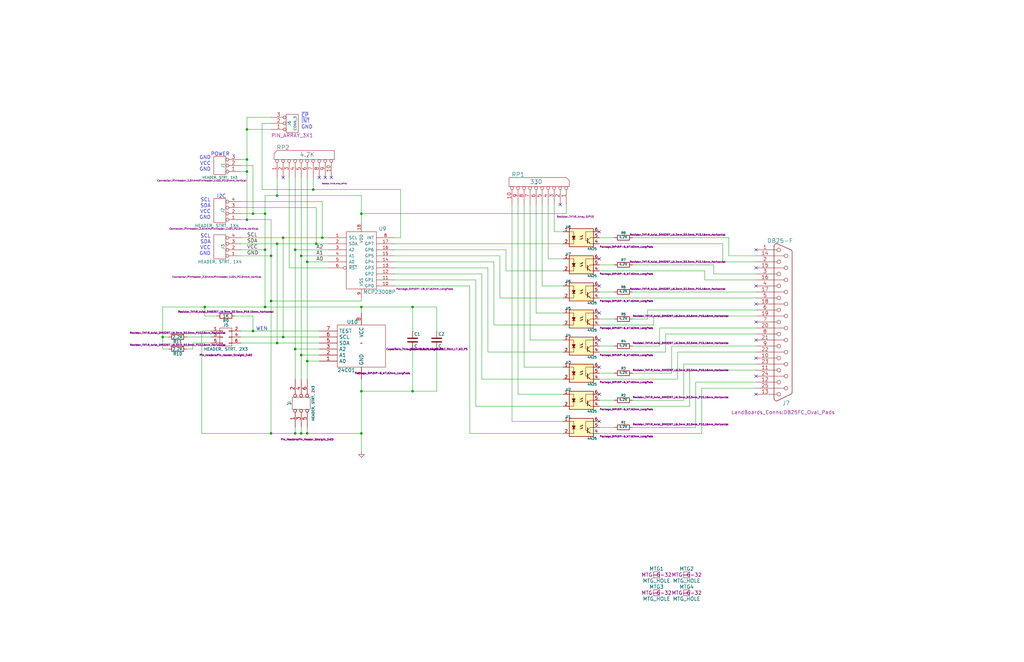
<source format=kicad_sch>
(kicad_sch (version 20211123) (generator eeschema)
  (paper "B")
  (title_block (title "8-CHANNEL OPTO-ISOLATED OUTPUT CARD") (date "2022-09-29") (rev "4") (company "land-boards.com"))
  (lib_symbols
    (symbol "OptoOut8-I2C-rescue:24C01" (pin_names (offset 0.762))
      (property "Reference" "U" (at 3.81 8.89 0))
      (property "Value" "24C01" (at 6.35 -11.43 0))
      (symbol "24C01_0_0"
        (pin power_in line (at 0 -15.24 90) (length 5.08) (name "GND") (number "4"))
        (pin power_in line (at 0 12.7 270) (length 5.08) (name "VCC") (number "8"))
      )
      (symbol "24C01_1_1"
        (rectangle (start -10.16 -10.16) (end 10.16 7.62))
        (pin input line (at 17.78 -7.62 180) (length 7.62) (name "A0") (number "1"))
        (pin input line (at 17.78 -5.08 180) (length 7.62) (name "A1") (number "2"))
        (pin input line (at 17.78 -2.54 180) (length 7.62) (name "A2") (number "3"))
        (pin bidirectional line (at 17.78 0 180) (length 7.62) (name "SDA") (number "5"))
        (pin input line (at 17.78 2.54 180) (length 7.62) (name "SCL") (number "6"))
        (pin input line (at 17.78 5.08 180) (length 7.62) (name "TEST") (number "7"))
      )
    )
    (symbol "OptoOut8-I2C-rescue:4N26" (pin_names (offset 1.016))
      (property "Reference" "U" (at -5.08 5.08 0))
      (property "Value" "4N26" (at 0 5.08 0))
      (property "Footprint" "DIP-6" (at -5.08 -5.08 0))
      (symbol "4N26_0_1"
        (rectangle (start -5.08 3.81) (end 5.08 -3.81) (stroke (width 0.254)) (fill (type background)))
        (polyline (pts (xy -3.81 -0.635) (xy -2.54 -0.635)) (stroke (width 0.254)))
        (polyline (pts (xy 2.667 -1.397) (xy 3.81 -2.54)))
        (polyline (pts (xy 2.667 -1.143) (xy 3.81 0)))
        (polyline (pts (xy 3.81 -2.54) (xy 5.08 -2.54)))
        (polyline (pts (xy 3.81 0) (xy 5.08 0)))
        (polyline (pts (xy 2.667 -0.254) (xy 2.667 -2.286) (xy 2.667 -2.286)) (stroke (width 0.3556)))
        (polyline (pts (xy -5.08 -2.54) (xy -3.175 -2.54) (xy -3.175 2.54) (xy -5.08 2.54)))
        (polyline (pts (xy -3.175 -0.635) (xy -3.81 0.635) (xy -2.54 0.635) (xy -3.175 -0.635)) (stroke (width 0.254)) (fill (type outline)))
        (polyline (pts (xy -0.635 0.254) (xy -0.1016 0.762) (xy -0.1016 0.254) (xy 0.6604 1.016)))
        (polyline (pts (xy 0.6604 1.016) (xy 0.1524 0.762) (xy 0.4064 0.508) (xy 0.6604 1.016)))
        (polyline (pts (xy 3.683 -2.413) (xy 3.429 -1.905) (xy 3.175 -2.159) (xy 3.683 -2.413)))
        (polyline (pts (xy 5.08 2.54) (xy 1.905 2.54) (xy 1.905 -1.27) (xy 2.54 -1.27)))
        (polyline (pts (xy -0.635 -0.762) (xy -0.1016 -0.254) (xy -0.1016 -0.762) (xy 0.6604 0) (xy 0.1524 -0.254) (xy 0.4064 -0.508) (xy 0.6604 0)))
      )
      (symbol "4N26_1_1"
        (pin passive line (at -7.62 2.54 0) (length 2.54) (name "~") (number "1"))
        (pin passive line (at -7.62 -2.54 0) (length 2.54) (name "~") (number "2"))
        (pin passive line (at 7.62 -2.54 180) (length 2.54) (name "~") (number "4"))
        (pin passive line (at 7.62 0 180) (length 2.54) (name "~") (number "5"))
        (pin passive line (at 7.62 2.54 180) (length 2.54) (name "~") (number "6"))
      )
    )
    (symbol "OptoOut8-I2C-rescue:C" (pin_numbers hide) (pin_names (offset 0.254))
      (property "Reference" "C" (at 0.635 2.54 0))
      (property "Value" "C" (at 0.635 -2.54 0))
      (symbol "C_0_1"
        (polyline (pts (xy -2.032 -0.762) (xy 2.032 -0.762)) (stroke (width 0.508)))
        (polyline (pts (xy -2.032 0.762) (xy 2.032 0.762)) (stroke (width 0.508)))
      )
      (symbol "C_1_1"
        (pin passive line (at 0 3.81 270) (length 2.794) (name "~") (number "1"))
        (pin passive line (at 0 -3.81 90) (length 2.794) (name "~") (number "2"))
      )
    )
    (symbol "OptoOut8-I2C-rescue:CONN_02X03" (pin_names (offset 0.0254) hide)
      (property "Reference" "P" (at 0 5.08 0))
      (property "Value" "CONN_02X03" (at 0 -5.08 0))
      (symbol "CONN_02X03_0_1"
        (rectangle (start -2.54 -2.413) (end -1.27 -2.667))
        (rectangle (start -2.54 0.127) (end -1.27 -0.127))
        (rectangle (start -2.54 2.667) (end -1.27 2.413))
        (rectangle (start -2.54 3.81) (end 2.54 -3.81))
        (rectangle (start 1.27 -2.413) (end 2.54 -2.667))
        (rectangle (start 1.27 0.127) (end 2.54 -0.127))
        (rectangle (start 1.27 2.667) (end 2.54 2.413))
      )
      (symbol "CONN_02X03_1_1"
        (pin passive line (at -6.35 2.54 0) (length 3.81) (name "P1") (number "1"))
        (pin passive line (at 6.35 2.54 180) (length 3.81) (name "P2") (number "2"))
        (pin passive line (at -6.35 0 0) (length 3.81) (name "P3") (number "3"))
        (pin passive line (at 6.35 0 180) (length 3.81) (name "P4") (number "4"))
        (pin passive line (at -6.35 -2.54 0) (length 3.81) (name "P5") (number "5"))
        (pin passive line (at 6.35 -2.54 180) (length 3.81) (name "P6") (number "6"))
      )
    )
    (symbol "OptoOut8-I2C-rescue:CONN_3" (pin_names (offset 1.016) hide)
      (property "Reference" "K" (at -1.27 0 90))
      (property "Value" "CONN_3" (at 1.27 0 90))
      (symbol "CONN_3_0_1"
        (rectangle (start -2.54 3.81) (end 2.54 -3.81))
      )
      (symbol "CONN_3_1_1"
        (pin passive inverted (at -8.89 2.54 0) (length 6.35) (name "P1") (number "1"))
        (pin passive inverted (at -8.89 0 0) (length 6.35) (name "PM") (number "2"))
        (pin passive inverted (at -8.89 -2.54 0) (length 6.35) (name "P3") (number "3"))
      )
    )
    (symbol "OptoOut8-I2C-rescue:CONN_3X2" (pin_names (offset 1.016) hide)
      (property "Reference" "P" (at 0 6.35 0))
      (property "Value" "CONN_3X2" (at 0 1.27 90))
      (symbol "CONN_3X2_0_1"
        (rectangle (start -2.54 5.08) (end 2.54 -2.54))
      )
      (symbol "CONN_3X2_1_1"
        (pin passive inverted (at -10.16 3.81 0) (length 7.62) (name "1") (number "1"))
        (pin passive inverted (at 10.16 3.81 180) (length 7.62) (name "2") (number "2"))
        (pin passive inverted (at -10.16 1.27 0) (length 7.62) (name "3") (number "3"))
        (pin passive inverted (at 10.16 1.27 180) (length 7.62) (name "4") (number "4"))
        (pin passive inverted (at -10.16 -1.27 0) (length 7.62) (name "5") (number "5"))
        (pin passive inverted (at 10.16 -1.27 180) (length 7.62) (name "6") (number "6"))
      )
    )
    (symbol "OptoOut8-I2C-rescue:CONN_4" (pin_names (offset 1.016) hide)
      (property "Reference" "P" (at -1.27 0 90))
      (property "Value" "CONN_4" (at 1.27 0 90))
      (symbol "CONN_4_0_1"
        (rectangle (start -2.54 5.08) (end 2.54 -5.08))
      )
      (symbol "CONN_4_1_1"
        (pin passive inverted (at -8.89 3.81 0) (length 6.35) (name "P1") (number "1"))
        (pin passive inverted (at -8.89 1.27 0) (length 6.35) (name "P2") (number "2"))
        (pin passive inverted (at -8.89 -1.27 0) (length 6.35) (name "P3") (number "3"))
        (pin passive inverted (at -8.89 -3.81 0) (length 6.35) (name "P4") (number "4"))
      )
    )
    (symbol "OptoOut8-I2C-rescue:DB25" (pin_names (offset 1.016) hide)
      (property "Reference" "J" (at 1.27 34.29 0))
      (property "Value" "DB25" (at -1.27 -34.29 0))
      (symbol "DB25_0_1"
        (arc (start -3.81 -32.004) (mid -3.4129 -32.8094) (end -2.54 -33.02) (stroke (width 0.2032)))
        (arc (start -2.54 33.274) (mid -3.4191 33.0711) (end -3.81 32.258) (stroke (width 0.2032)))
        (circle (center -1.778 -30.48) (radius 0.762))
        (circle (center -1.778 -25.4) (radius 0.762))
        (circle (center -1.778 -20.32) (radius 0.762))
        (circle (center -1.778 -15.24) (radius 0.762))
        (circle (center -1.778 -10.16) (radius 0.762))
        (circle (center -1.778 -5.08) (radius 0.762))
        (circle (center -1.778 0) (radius 0.762))
        (circle (center -1.778 5.08) (radius 0.762))
        (circle (center -1.778 10.16) (radius 0.762))
        (circle (center -1.778 15.24) (radius 0.762))
        (circle (center -1.778 20.32) (radius 0.762))
        (circle (center -1.778 25.4) (radius 0.762))
        (circle (center -1.778 30.48) (radius 0.762))
        (polyline (pts (xy -3.81 -32.004) (xy -3.81 32.258)) (stroke (width 0.2032)))
        (polyline (pts (xy -3.81 -30.48) (xy -2.54 -30.48)))
        (polyline (pts (xy -3.81 -27.94) (xy 0.508 -27.94)))
        (polyline (pts (xy -3.81 -25.4) (xy -2.54 -25.4)))
        (polyline (pts (xy -3.81 -22.86) (xy 0.508 -22.86)))
        (polyline (pts (xy -3.81 -20.32) (xy -2.54 -20.32)))
        (polyline (pts (xy -3.81 -17.78) (xy 0.508 -17.78)))
        (polyline (pts (xy -3.81 -15.24) (xy -2.54 -15.24)))
        (polyline (pts (xy -3.81 -12.7) (xy 0.508 -12.7)))
        (polyline (pts (xy -3.81 -10.16) (xy -2.54 -10.16)))
        (polyline (pts (xy -3.81 -7.62) (xy 0.508 -7.62)))
        (polyline (pts (xy -3.81 -5.08) (xy -2.54 -5.08)))
        (polyline (pts (xy -3.81 -2.54) (xy 0.508 -2.54)))
        (polyline (pts (xy -3.81 0) (xy -2.54 0)))
        (polyline (pts (xy -3.81 2.54) (xy 0.508 2.54)))
        (polyline (pts (xy -3.81 5.08) (xy -2.54 5.08)))
        (polyline (pts (xy -3.81 7.62) (xy 0.508 7.62)))
        (polyline (pts (xy -3.81 10.16) (xy -2.54 10.16)))
        (polyline (pts (xy -3.81 12.7) (xy 0.508 12.7)))
        (polyline (pts (xy -3.81 15.24) (xy -2.54 15.24)))
        (polyline (pts (xy -3.81 17.78) (xy 0.508 17.78)))
        (polyline (pts (xy -3.81 20.32) (xy -2.54 20.32)))
        (polyline (pts (xy -3.81 22.86) (xy 0.508 22.86)))
        (polyline (pts (xy -3.81 25.4) (xy -2.54 25.4)))
        (polyline (pts (xy -3.81 27.94) (xy 0.508 27.94)))
        (polyline (pts (xy -3.81 30.48) (xy -2.54 30.48)))
        (polyline (pts (xy -2.54 -33.02) (xy 3.302 -30.48)) (stroke (width 0.2032)))
        (polyline (pts (xy 3.302 30.48) (xy -2.54 33.274)) (stroke (width 0.2032)))
        (polyline (pts (xy 3.81 -29.718) (xy 3.81 29.718)) (stroke (width 0.2032)))
        (circle (center 1.27 -27.94) (radius 0.762))
        (circle (center 1.27 -22.86) (radius 0.762))
        (circle (center 1.27 -17.78) (radius 0.762))
        (circle (center 1.27 -12.7) (radius 0.762))
        (circle (center 1.27 -7.62) (radius 0.762))
        (circle (center 1.27 -2.54) (radius 0.762))
        (circle (center 1.27 2.54) (radius 0.762))
        (circle (center 1.27 7.62) (radius 0.762))
        (circle (center 1.27 12.7) (radius 0.762))
        (circle (center 1.27 17.78) (radius 0.762))
        (circle (center 1.27 22.86) (radius 0.762))
        (circle (center 1.27 27.94) (radius 0.762))
        (arc (start 3.302 -30.48) (mid 3.6653 -30.1718) (end 3.81 -29.718) (stroke (width 0.2032)))
        (arc (start 3.7846 29.718) (mid 3.6544 30.1591) (end 3.302 30.4546) (stroke (width 0.2032)))
      )
      (symbol "DB25_1_1"
        (pin passive line (at -11.43 -30.48 0) (length 7.62) (name "1") (number "1"))
        (pin passive line (at -11.43 15.24 0) (length 7.62) (name "10") (number "10"))
        (pin passive line (at -11.43 20.32 0) (length 7.62) (name "11") (number "11"))
        (pin passive line (at -11.43 25.4 0) (length 7.62) (name "12") (number "12"))
        (pin passive line (at -11.43 30.48 0) (length 7.62) (name "13") (number "13"))
        (pin passive line (at -11.43 -27.94 0) (length 7.62) (name "P14") (number "14"))
        (pin passive line (at -11.43 -22.86 0) (length 7.62) (name "P15") (number "15"))
        (pin passive line (at -11.43 -17.78 0) (length 7.62) (name "P16") (number "16"))
        (pin passive line (at -11.43 -12.7 0) (length 7.62) (name "P17") (number "17"))
        (pin passive line (at -11.43 -7.62 0) (length 7.62) (name "P18") (number "18"))
        (pin passive line (at -11.43 -2.54 0) (length 7.62) (name "P19") (number "19"))
        (pin passive line (at -11.43 -25.4 0) (length 7.62) (name "2") (number "2"))
        (pin passive line (at -11.43 2.54 0) (length 7.62) (name "P20") (number "20"))
        (pin passive line (at -11.43 7.62 0) (length 7.62) (name "P21") (number "21"))
        (pin passive line (at -11.43 12.7 0) (length 7.62) (name "P22") (number "22"))
        (pin passive line (at -11.43 17.78 0) (length 7.62) (name "P23") (number "23"))
        (pin passive line (at -11.43 22.86 0) (length 7.62) (name "P24") (number "24"))
        (pin passive line (at -11.43 27.94 0) (length 7.62) (name "P25") (number "25"))
        (pin passive line (at -11.43 -20.32 0) (length 7.62) (name "3") (number "3"))
        (pin passive line (at -11.43 -15.24 0) (length 7.62) (name "4") (number "4"))
        (pin passive line (at -11.43 -10.16 0) (length 7.62) (name "5") (number "5"))
        (pin passive line (at -11.43 -5.08 0) (length 7.62) (name "6") (number "6"))
        (pin passive line (at -11.43 0 0) (length 7.62) (name "7") (number "7"))
        (pin passive line (at -11.43 5.08 0) (length 7.62) (name "8") (number "8"))
        (pin passive line (at -11.43 10.16 0) (length 7.62) (name "9") (number "9"))
      )
    )
    (symbol "OptoOut8-I2C-rescue:GND" (power) (pin_names (offset 0))
      (property "Value" "GND" (at 0 -3.81 0))
      (symbol "GND_0_1"
        (polyline (pts (xy 0 0) (xy 0 -1.27) (xy 1.27 -1.27) (xy 0 -2.54) (xy -1.27 -1.27) (xy 0 -1.27)))
      )
      (symbol "GND_1_1"
        (pin power_in line (at 0 0 270) (length 0) hide (name "GND") (number "1"))
      )
    )
    (symbol "OptoOut8-I2C-rescue:MCP23008P" (pin_names (offset 1.016))
      (property "Reference" "U" (at 7.62 25.4 0))
      (property "Value" "MCP23008P" (at 11.43 -1.27 0))
      (symbol "MCP23008P_0_1"
        (rectangle (start -7.62 0) (end 5.08 24.13))
      )
      (symbol "MCP23008P_1_1"
        (pin input line (at -15.24 21.59 0) (length 7.62) (name "SCL") (number "1"))
        (pin output line (at 12.7 1.27 180) (length 7.62) (name "GP0") (number "10"))
        (pin output line (at 12.7 3.81 180) (length 7.62) (name "GP1") (number "11"))
        (pin output line (at 12.7 6.35 180) (length 7.62) (name "GP2") (number "12"))
        (pin output line (at 12.7 8.89 180) (length 7.62) (name "GP3") (number "13"))
        (pin output line (at 12.7 11.43 180) (length 7.62) (name "GP4") (number "14"))
        (pin output line (at 12.7 13.97 180) (length 7.62) (name "GP5") (number "15"))
        (pin output line (at 12.7 16.51 180) (length 7.62) (name "GP6") (number "16"))
        (pin bidirectional line (at 12.7 19.05 180) (length 7.62) (name "GP7") (number "17"))
        (pin power_in line (at -1.27 27.94 270) (length 3.81) (name "VDD") (number "18"))
        (pin input line (at -15.24 19.05 0) (length 7.62) (name "SDA") (number "2"))
        (pin input line (at -15.24 16.51 0) (length 7.62) (name "A2") (number "3"))
        (pin input line (at -15.24 13.97 0) (length 7.62) (name "A1") (number "4"))
        (pin input line (at -15.24 11.43 0) (length 7.62) (name "A0") (number "5"))
        (pin input inverted (at -15.24 8.89 0) (length 7.62) (name "~{RST}") (number "6"))
        (pin output line (at 12.7 21.59 180) (length 7.62) (name "INT") (number "8"))
        (pin power_in line (at -1.27 -3.81 90) (length 3.81) (name "VSS") (number "9"))
      )
    )
    (symbol "OptoOut8-I2C-rescue:MTG_HOLE" (pin_names (offset 1.016))
      (property "Reference" "MTG?" (at 0 2.54 0))
      (property "Value" "MTG_HOLE" (at 0 -2.54 0))
      (symbol "MTG_HOLE_0_1"
        (rectangle (start -1.27 -1.27) (end 1.27 -1.27))
        (rectangle (start -1.27 1.27) (end -1.27 -1.27))
        (rectangle (start 1.27 1.27) (end -1.27 1.27))
        (rectangle (start 1.27 1.27) (end 1.27 -1.27))
      )
    )
    (symbol "OptoOut8-I2C-rescue:R" (pin_numbers hide) (pin_names (offset 0))
      (property "Reference" "R" (at 2.032 0 90))
      (property "Value" "R" (at 0 0 90))
      (symbol "R_0_1"
        (rectangle (start -1.016 -2.54) (end 1.016 2.54) (stroke (width 0.254)))
      )
      (symbol "R_1_1"
        (pin passive line (at 0 3.81 270) (length 1.27) (name "~") (number "1"))
        (pin passive line (at 0 -3.81 90) (length 1.27) (name "~") (number "2"))
      )
    )
    (symbol "OptoOut8-I2C-rescue:RR9" (pin_names (offset 1.016) hide)
      (property "Reference" "RR" (at 1.27 15.24 0))
      (property "Value" "RR9" (at 0.762 0 90))
      (symbol "RR9_0_1"
        (polyline (pts (xy -1.27 -11.43) (xy -1.27 13.97) (xy 1.27 13.97) (xy 2.54 12.7) (xy 2.54 -11.43) (xy -1.27 -11.43)))
      )
      (symbol "RR9_1_1"
        (pin passive inverted (at -8.89 12.7 0) (length 7.62) (name "COM") (number "1"))
        (pin passive inverted (at -8.89 -10.16 0) (length 7.62) (name "10") (number "10"))
        (pin passive inverted (at -8.89 10.16 0) (length 7.62) (name "2") (number "2"))
        (pin passive inverted (at -8.89 7.62 0) (length 7.62) (name "3") (number "3"))
        (pin passive inverted (at -8.89 5.08 0) (length 7.62) (name "4") (number "4"))
        (pin passive inverted (at -8.89 2.54 0) (length 7.62) (name "5") (number "5"))
        (pin passive inverted (at -8.89 0 0) (length 7.62) (name "6") (number "6"))
        (pin passive inverted (at -8.89 -2.54 0) (length 7.62) (name "7") (number "7"))
        (pin passive inverted (at -8.89 -5.08 0) (length 7.62) (name "8") (number "8"))
        (pin passive inverted (at -8.89 -7.62 0) (length 7.62) (name "9") (number "9"))
      )
    )
  )
  (junction (at 111.76 105.41))
  (junction (at 114.3 107.95))
  (junction (at 127 107.95))
  (junction (at 114.3 127))
  (junction (at 104.14 54.61))
  (junction (at 129.54 110.49))
  (junction (at 152.4 182.88))
  (junction (at 124.46 182.88))
  (junction (at 106.68 90.17))
  (junction (at 104.14 72.39))
  (junction (at 173.99 165.1))
  (junction (at 119.38 100.33))
  (junction (at 129.54 152.4))
  (junction (at 135.89 100.33))
  (junction (at 133.35 102.87))
  (junction (at 152.4 129.54))
  (junction (at 104.14 92.71))
  (junction (at 152.4 90.17))
  (junction (at 173.99 129.54))
  (junction (at 106.68 139.7))
  (junction (at 116.84 144.78))
  (junction (at 86.36 129.54))
  (junction (at 124.46 105.41))
  (junction (at 111.76 90.17))
  (junction (at 116.84 102.87))
  (junction (at 119.38 142.24))
  (junction (at 127 149.86))
  (junction (at 116.84 82.55))
  (junction (at 152.4 165.1))
  (junction (at 127 182.88))
  (junction (at 68.58 142.24))
  (junction (at 104.14 67.31))
  (junction (at 129.54 182.88))
  (junction (at 124.46 147.32))
  (junction (at 132.08 80.01))
  (junction (at 114.3 182.88))
  (junction (at 111.76 129.54))
  (no_connect (at 252.73 97.79))
  (no_connect (at 139.7 74.93))
  (no_connect (at 318.77 120.65))
  (no_connect (at 318.77 128.27))
  (no_connect (at 252.73 120.65))
  (no_connect (at 318.77 113.03))
  (no_connect (at 318.77 135.89))
  (no_connect (at 252.73 154.94))
  (no_connect (at 252.73 177.8))
  (no_connect (at 236.22 86.36))
  (no_connect (at 318.77 166.37))
  (no_connect (at 252.73 109.22))
  (no_connect (at 137.16 74.93))
  (no_connect (at 318.77 143.51))
  (no_connect (at 318.77 151.13))
  (no_connect (at 134.62 74.93))
  (no_connect (at 252.73 132.08))
  (no_connect (at 318.77 158.75))
  (no_connect (at 252.73 166.37))
  (no_connect (at 119.38 74.93))
  (no_connect (at 252.73 143.51))
  (no_connect (at 318.77 105.41))
  (wire (pts (xy 68.58 129.54) (xy 86.36 129.54)))
  (wire (pts (xy 166.37 118.11) (xy 200.66 118.11)))
  (wire (pts (xy 132.08 80.01) (xy 110.49 80.01)))
  (wire (pts (xy 111.76 82.55) (xy 116.84 82.55)))
  (wire (pts (xy 304.8 110.49) (xy 304.8 102.87)))
  (wire (pts (xy 300.99 111.76) (xy 266.7 111.76)))
  (wire (pts (xy 198.12 182.88) (xy 237.49 182.88)))
  (wire (pts (xy 210.82 107.95) (xy 210.82 125.73)))
  (wire (pts (xy 223.52 86.36) (xy 223.52 143.51)))
  (wire (pts (xy 198.12 120.65) (xy 198.12 182.88)))
  (wire (pts (xy 259.08 168.91) (xy 252.73 168.91)))
  (wire (pts (xy 215.9 177.8) (xy 237.49 177.8)))
  (wire (pts (xy 318.77 107.95) (xy 307.34 107.95)))
  (wire (pts (xy 283.21 157.48) (xy 283.21 146.05)))
  (wire (pts (xy 81.28 144.78) (xy 81.28 147.32)))
  (wire (pts (xy 127 107.95) (xy 138.43 107.95)))
  (wire (pts (xy 85.09 139.7) (xy 85.09 182.88)))
  (wire (pts (xy 226.06 132.08) (xy 237.49 132.08)))
  (wire (pts (xy 215.9 86.36) (xy 215.9 177.8)))
  (wire (pts (xy 266.7 123.19) (xy 318.77 123.19)))
  (wire (pts (xy 106.68 139.7) (xy 101.6 139.7)))
  (wire (pts (xy 208.28 137.16) (xy 237.49 137.16)))
  (wire (pts (xy 91.44 133.35) (xy 86.36 133.35)))
  (wire (pts (xy 290.83 171.45) (xy 290.83 156.21)))
  (wire (pts (xy 101.6 142.24) (xy 119.38 142.24)))
  (wire (pts (xy 152.4 82.55) (xy 152.4 90.17)))
  (wire (pts (xy 101.6 90.17) (xy 106.68 90.17)))
  (wire (pts (xy 101.6 102.87) (xy 116.84 102.87)))
  (wire (pts (xy 293.37 161.29) (xy 318.77 161.29)))
  (wire (pts (xy 114.3 182.88) (xy 124.46 182.88)))
  (wire (pts (xy 307.34 107.95) (xy 307.34 100.33)))
  (wire (pts (xy 129.54 74.93) (xy 129.54 110.49)))
  (wire (pts (xy 166.37 105.41) (xy 213.36 105.41)))
  (wire (pts (xy 297.18 118.11) (xy 297.18 114.3)))
  (wire (pts (xy 124.46 105.41) (xy 124.46 147.32)))
  (wire (pts (xy 252.73 148.59) (xy 280.67 148.59)))
  (wire (pts (xy 116.84 144.78) (xy 134.62 144.78)))
  (wire (pts (xy 168.91 100.33) (xy 166.37 100.33)))
  (wire (pts (xy 266.7 134.62) (xy 273.05 134.62)))
  (wire (pts (xy 104.14 54.61) (xy 104.14 67.31)))
  (wire (pts (xy 295.91 182.88) (xy 252.73 182.88)))
  (wire (pts (xy 152.4 125.73) (xy 152.4 127)))
  (wire (pts (xy 110.49 80.01) (xy 110.49 52.07)))
  (wire (pts (xy 166.37 120.65) (xy 198.12 120.65)))
  (wire (pts (xy 252.73 134.62) (xy 259.08 134.62)))
  (wire (pts (xy 127 74.93) (xy 127 107.95)))
  (wire (pts (xy 318.77 110.49) (xy 304.8 110.49)))
  (wire (pts (xy 134.62 149.86) (xy 127 149.86)))
  (wire (pts (xy 134.62 147.32) (xy 124.46 147.32)))
  (wire (pts (xy 127 182.88) (xy 129.54 182.88)))
  (wire (pts (xy 166.37 110.49) (xy 208.28 110.49)))
  (wire (pts (xy 184.15 129.54) (xy 184.15 139.7)))
  (wire (pts (xy 78.74 142.24) (xy 88.9 142.24)))
  (wire (pts (xy 119.38 100.33) (xy 135.89 100.33)))
  (wire (pts (xy 124.46 74.93) (xy 124.46 105.41)))
  (wire (pts (xy 152.4 129.54) (xy 173.99 129.54)))
  (wire (pts (xy 88.9 139.7) (xy 85.09 139.7)))
  (wire (pts (xy 152.4 90.17) (xy 152.4 93.98)))
  (wire (pts (xy 68.58 142.24) (xy 68.58 147.32)))
  (wire (pts (xy 129.54 110.49) (xy 129.54 152.4)))
  (wire (pts (xy 278.13 138.43) (xy 318.77 138.43)))
  (wire (pts (xy 111.76 105.41) (xy 101.6 105.41)))
  (wire (pts (xy 226.06 86.36) (xy 226.06 132.08)))
  (wire (pts (xy 116.84 102.87) (xy 116.84 144.78)))
  (wire (pts (xy 252.73 111.76) (xy 259.08 111.76)))
  (wire (pts (xy 127 149.86) (xy 127 160.02)))
  (wire (pts (xy 252.73 125.73) (xy 318.77 125.73)))
  (wire (pts (xy 275.59 133.35) (xy 275.59 137.16)))
  (wire (pts (xy 111.76 129.54) (xy 152.4 129.54)))
  (wire (pts (xy 252.73 100.33) (xy 259.08 100.33)))
  (wire (pts (xy 266.7 146.05) (xy 278.13 146.05)))
  (wire (pts (xy 210.82 125.73) (xy 237.49 125.73)))
  (wire (pts (xy 68.58 147.32) (xy 71.12 147.32)))
  (wire (pts (xy 231.14 86.36) (xy 231.14 109.22)))
  (wire (pts (xy 114.3 107.95) (xy 114.3 127)))
  (wire (pts (xy 295.91 163.83) (xy 295.91 182.88)))
  (wire (pts (xy 166.37 113.03) (xy 205.74 113.03)))
  (wire (pts (xy 101.6 85.09) (xy 135.89 85.09)))
  (wire (pts (xy 184.15 165.1) (xy 184.15 147.32)))
  (wire (pts (xy 152.4 127) (xy 114.3 127)))
  (wire (pts (xy 114.3 92.71) (xy 114.3 107.95)))
  (wire (pts (xy 173.99 129.54) (xy 184.15 129.54)))
  (wire (pts (xy 116.84 82.55) (xy 152.4 82.55)))
  (wire (pts (xy 106.68 133.35) (xy 106.68 139.7)))
  (wire (pts (xy 205.74 148.59) (xy 237.49 148.59)))
  (wire (pts (xy 252.73 171.45) (xy 290.83 171.45)))
  (wire (pts (xy 135.89 85.09) (xy 135.89 100.33)))
  (wire (pts (xy 86.36 133.35) (xy 86.36 129.54)))
  (wire (pts (xy 218.44 86.36) (xy 218.44 166.37)))
  (wire (pts (xy 86.36 129.54) (xy 111.76 129.54)))
  (wire (pts (xy 290.83 156.21) (xy 318.77 156.21)))
  (wire (pts (xy 275.59 137.16) (xy 252.73 137.16)))
  (wire (pts (xy 252.73 157.48) (xy 259.08 157.48)))
  (wire (pts (xy 273.05 130.81) (xy 318.77 130.81)))
  (wire (pts (xy 283.21 146.05) (xy 318.77 146.05)))
  (wire (pts (xy 127 107.95) (xy 127 149.86)))
  (wire (pts (xy 285.75 160.02) (xy 285.75 148.59)))
  (wire (pts (xy 307.34 100.33) (xy 266.7 100.33)))
  (wire (pts (xy 318.77 118.11) (xy 297.18 118.11)))
  (wire (pts (xy 168.91 80.01) (xy 168.91 100.33)))
  (wire (pts (xy 114.3 127) (xy 114.3 182.88)))
  (wire (pts (xy 104.14 49.53) (xy 104.14 54.61)))
  (wire (pts (xy 116.84 74.93) (xy 116.84 82.55)))
  (wire (pts (xy 129.54 110.49) (xy 138.43 110.49)))
  (wire (pts (xy 213.36 105.41) (xy 213.36 114.3)))
  (wire (pts (xy 318.77 163.83) (xy 295.91 163.83)))
  (wire (pts (xy 173.99 139.7) (xy 173.99 129.54)))
  (wire (pts (xy 134.62 152.4) (xy 129.54 152.4)))
  (wire (pts (xy 293.37 180.34) (xy 293.37 161.29)))
  (wire (pts (xy 233.68 86.36) (xy 233.68 97.79)))
  (wire (pts (xy 68.58 129.54) (xy 68.58 142.24)))
  (wire (pts (xy 318.77 133.35) (xy 275.59 133.35)))
  (wire (pts (xy 304.8 102.87) (xy 252.73 102.87)))
  (wire (pts (xy 223.52 143.51) (xy 237.49 143.51)))
  (wire (pts (xy 280.67 140.97) (xy 318.77 140.97)))
  (wire (pts (xy 300.99 115.57) (xy 300.99 111.76)))
  (wire (pts (xy 129.54 152.4) (xy 129.54 160.02)))
  (wire (pts (xy 228.6 120.65) (xy 237.49 120.65)))
  (wire (pts (xy 101.6 100.33) (xy 119.38 100.33)))
  (wire (pts (xy 135.89 100.33) (xy 138.43 100.33)))
  (wire (pts (xy 288.29 168.91) (xy 288.29 153.67)))
  (wire (pts (xy 101.6 92.71) (xy 104.14 92.71)))
  (wire (pts (xy 101.6 69.85) (xy 106.68 69.85)))
  (wire (pts (xy 252.73 146.05) (xy 259.08 146.05)))
  (wire (pts (xy 288.29 153.67) (xy 318.77 153.67)))
  (wire (pts (xy 114.3 49.53) (xy 104.14 49.53)))
  (wire (pts (xy 205.74 113.03) (xy 205.74 148.59)))
  (wire (pts (xy 152.4 90.17) (xy 238.76 90.17)))
  (wire (pts (xy 119.38 142.24) (xy 119.38 100.33)))
  (wire (pts (xy 233.68 97.79) (xy 237.49 97.79)))
  (wire (pts (xy 133.35 87.63) (xy 133.35 102.87)))
  (wire (pts (xy 203.2 160.02) (xy 237.49 160.02)))
  (wire (pts (xy 200.66 171.45) (xy 237.49 171.45)))
  (wire (pts (xy 101.6 67.31) (xy 104.14 67.31)))
  (wire (pts (xy 152.4 129.54) (xy 152.4 132.08)))
  (wire (pts (xy 124.46 182.88) (xy 124.46 180.34)))
  (wire (pts (xy 200.66 118.11) (xy 200.66 171.45)))
  (wire (pts (xy 280.67 148.59) (xy 280.67 140.97)))
  (wire (pts (xy 152.4 160.02) (xy 152.4 165.1)))
  (wire (pts (xy 132.08 74.93) (xy 132.08 80.01)))
  (wire (pts (xy 101.6 107.95) (xy 114.3 107.95)))
  (wire (pts (xy 132.08 80.01) (xy 168.91 80.01)))
  (wire (pts (xy 114.3 54.61) (xy 104.14 54.61)))
  (wire (pts (xy 278.13 146.05) (xy 278.13 138.43)))
  (wire (pts (xy 166.37 115.57) (xy 203.2 115.57)))
  (wire (pts (xy 259.08 180.34) (xy 252.73 180.34)))
  (wire (pts (xy 318.77 115.57) (xy 300.99 115.57)))
  (wire (pts (xy 238.76 90.17) (xy 238.76 86.36)))
  (wire (pts (xy 138.43 105.41) (xy 124.46 105.41)))
  (wire (pts (xy 173.99 147.32) (xy 173.99 165.1)))
  (wire (pts (xy 68.58 142.24) (xy 71.12 142.24)))
  (wire (pts (xy 81.28 147.32) (xy 78.74 147.32)))
  (wire (pts (xy 297.18 114.3) (xy 252.73 114.3)))
  (wire (pts (xy 129.54 182.88) (xy 129.54 180.34)))
  (wire (pts (xy 129.54 182.88) (xy 152.4 182.88)))
  (wire (pts (xy 266.7 180.34) (xy 293.37 180.34)))
  (wire (pts (xy 104.14 92.71) (xy 114.3 92.71)))
  (wire (pts (xy 266.7 168.91) (xy 288.29 168.91)))
  (wire (pts (xy 237.49 102.87) (xy 166.37 102.87)))
  (wire (pts (xy 104.14 72.39) (xy 104.14 92.71)))
  (wire (pts (xy 152.4 165.1) (xy 173.99 165.1)))
  (wire (pts (xy 85.09 182.88) (xy 114.3 182.88)))
  (wire (pts (xy 285.75 148.59) (xy 318.77 148.59)))
  (wire (pts (xy 134.62 139.7) (xy 106.68 139.7)))
  (wire (pts (xy 104.14 72.39) (xy 101.6 72.39)))
  (wire (pts (xy 133.35 102.87) (xy 138.43 102.87)))
  (wire (pts (xy 266.7 157.48) (xy 283.21 157.48)))
  (wire (pts (xy 231.14 109.22) (xy 237.49 109.22)))
  (wire (pts (xy 220.98 86.36) (xy 220.98 154.94)))
  (wire (pts (xy 99.06 133.35) (xy 106.68 133.35)))
  (wire (pts (xy 220.98 154.94) (xy 237.49 154.94)))
  (wire (pts (xy 208.28 110.49) (xy 208.28 137.16)))
  (wire (pts (xy 101.6 87.63) (xy 133.35 87.63)))
  (wire (pts (xy 252.73 160.02) (xy 285.75 160.02)))
  (wire (pts (xy 218.44 166.37) (xy 237.49 166.37)))
  (wire (pts (xy 124.46 147.32) (xy 124.46 160.02)))
  (wire (pts (xy 101.6 144.78) (xy 116.84 144.78)))
  (wire (pts (xy 173.99 165.1) (xy 184.15 165.1)))
  (wire (pts (xy 111.76 105.41) (xy 111.76 129.54)))
  (wire (pts (xy 88.9 144.78) (xy 81.28 144.78)))
  (wire (pts (xy 111.76 90.17) (xy 111.76 105.41)))
  (wire (pts (xy 127 182.88) (xy 127 180.34)))
  (wire (pts (xy 111.76 82.55) (xy 111.76 90.17)))
  (wire (pts (xy 119.38 142.24) (xy 134.62 142.24)))
  (wire (pts (xy 110.49 52.07) (xy 114.3 52.07)))
  (wire (pts (xy 252.73 123.19) (xy 259.08 123.19)))
  (wire (pts (xy 121.92 113.03) (xy 121.92 74.93)))
  (wire (pts (xy 152.4 182.88) (xy 152.4 190.5)))
  (wire (pts (xy 213.36 114.3) (xy 237.49 114.3)))
  (wire (pts (xy 121.92 113.03) (xy 138.43 113.03)))
  (wire (pts (xy 273.05 134.62) (xy 273.05 130.81)))
  (wire (pts (xy 106.68 90.17) (xy 111.76 90.17)))
  (wire (pts (xy 166.37 107.95) (xy 210.82 107.95)))
  (wire (pts (xy 203.2 115.57) (xy 203.2 160.02)))
  (wire (pts (xy 104.14 67.31) (xy 104.14 72.39)))
  (wire (pts (xy 106.68 69.85) (xy 106.68 90.17)))
  (wire (pts (xy 228.6 86.36) (xy 228.6 120.65)))
  (wire (pts (xy 124.46 182.88) (xy 127 182.88)))
  (wire (pts (xy 152.4 165.1) (xy 152.4 182.88)))
  (wire (pts (xy 116.84 102.87) (xy 133.35 102.87)))
  (text "WEN" (at 107.95 139.7 0) (effects (font (size 1.524 1.524)) (justify left bottom)))
  (text "SCL\nSDA\nVCC\nGND" (at 88.9 92.71 180) (effects (font (size 1.524 1.524)) (justify right bottom)))
  (text "POWER" (at 88.9 66.04 0) (effects (font (size 1.524 1.524)) (justify left bottom)))
  (text "SCL\nSDA\nVCC\nGND" (at 88.9 107.95 180) (effects (font (size 1.524 1.524)) (justify right bottom)))
  (text "GND\nVCC\nGND" (at 88.9 72.39 180) (effects (font (size 1.524 1.524)) (justify right bottom)))
  (text "I2C" (at 91.44 83.82 0) (effects (font (size 1.524 1.524)) (justify left bottom)))
  (text "~{CP}\n~{INT}\nGND" (at 127 54.61 0) (effects (font (size 1.524 1.524)) (justify left bottom)))
  (label "GND" (at 104.14 107.95 0) (effects (font (size 1.524 1.524))))
  (label "A0" (at 133.35 110.49 0) (effects (font (size 1.524 1.524))))
  (label "A1" (at 133.35 107.95 0) (effects (font (size 1.524 1.524))))
  (label "SCL" (at 104.14 100.33 0) (effects (font (size 1.524 1.524))))
  (label "SDA" (at 104.14 102.87 0) (effects (font (size 1.524 1.524))))
  (label "VCC" (at 104.14 105.41 0) (effects (font (size 1.524 1.524))))
  (label "A2" (at 133.35 105.41 0) (effects (font (size 1.524 1.524))))
  (symbol (lib_id "OptoOut8-I2C-rescue:4N26") (at 245.11 100.33 0) (unit 1)
    (property "Reference" "U8" (at 239.6744 95.7834 0) (effects (font (size 1.016 1.016))))
    (property "Value" "4N25" (at 249.682 105.029 0) (effects (font (size 1.016 1.016))))
    (property "Footprint" "Package_DIP:DIP-6_W7.62mm_LongPads" (at 264.16 104.14 0) (effects (font (size 0.7366 0.7366))))
  )
  (symbol (lib_id "OptoOut8-I2C-rescue:4N26") (at 245.11 111.76 0) (unit 1)
    (property "Reference" "U7" (at 239.6744 107.2134 0) (effects (font (size 1.016 1.016))))
    (property "Value" "4N25" (at 249.682 116.459 0) (effects (font (size 1.016 1.016))))
    (property "Footprint" "Package_DIP:DIP-6_W7.62mm_LongPads" (at 264.16 115.57 0) (effects (font (size 0.7366 0.7366))))
  )
  (symbol (lib_id "OptoOut8-I2C-rescue:4N26") (at 245.11 123.19 0) (unit 1)
    (property "Reference" "U6" (at 239.6744 118.6434 0) (effects (font (size 1.016 1.016))))
    (property "Value" "4N25" (at 249.682 127.889 0) (effects (font (size 1.016 1.016))))
    (property "Footprint" "Package_DIP:DIP-6_W7.62mm_LongPads" (at 264.16 127 0) (effects (font (size 0.7366 0.7366))))
  )
  (symbol (lib_id "OptoOut8-I2C-rescue:4N26") (at 245.11 134.62 0) (unit 1)
    (property "Reference" "U5" (at 239.6744 130.0734 0) (effects (font (size 1.016 1.016))))
    (property "Value" "4N25" (at 249.682 139.319 0) (effects (font (size 1.016 1.016))))
    (property "Footprint" "Package_DIP:DIP-6_W7.62mm_LongPads" (at 264.16 138.43 0) (effects (font (size 0.7366 0.7366))))
  )
  (symbol (lib_id "OptoOut8-I2C-rescue:4N26") (at 245.11 146.05 0) (unit 1)
    (property "Reference" "U4" (at 239.6744 141.5034 0) (effects (font (size 1.016 1.016))))
    (property "Value" "4N25" (at 249.682 150.749 0) (effects (font (size 1.016 1.016))))
    (property "Footprint" "Package_DIP:DIP-6_W7.62mm_LongPads" (at 264.16 149.86 0) (effects (font (size 0.7366 0.7366))))
  )
  (symbol (lib_id "OptoOut8-I2C-rescue:4N26") (at 245.11 157.48 0) (unit 1)
    (property "Reference" "U3" (at 239.6744 152.9334 0) (effects (font (size 1.016 1.016))))
    (property "Value" "4N25" (at 249.682 162.179 0) (effects (font (size 1.016 1.016))))
    (property "Footprint" "Package_DIP:DIP-6_W7.62mm_LongPads" (at 264.16 161.29 0) (effects (font (size 0.7366 0.7366))))
  )
  (symbol (lib_id "OptoOut8-I2C-rescue:4N26") (at 245.11 168.91 0) (unit 1)
    (property "Reference" "U2" (at 239.6744 164.3634 0) (effects (font (size 1.016 1.016))))
    (property "Value" "4N25" (at 249.682 173.609 0) (effects (font (size 1.016 1.016))))
    (property "Footprint" "Package_DIP:DIP-6_W7.62mm_LongPads" (at 264.16 172.72 0) (effects (font (size 0.7366 0.7366))))
  )
  (symbol (lib_id "OptoOut8-I2C-rescue:4N26") (at 245.11 180.34 0) (unit 1)
    (property "Reference" "U1" (at 239.6744 175.7934 0) (effects (font (size 1.016 1.016))))
    (property "Value" "4N25" (at 249.682 185.039 0) (effects (font (size 1.016 1.016))))
    (property "Footprint" "Package_DIP:DIP-6_W7.62mm_LongPads" (at 264.16 184.15 0) (effects (font (size 0.7366 0.7366))))
  )
  (symbol (lib_id "OptoOut8-I2C-rescue:DB25") (at 330.2 135.89 0) (mirror x) (unit 1)
    (property "Reference" "J7" (at 331.47 170.18 0) (effects (font (size 1.778 1.778))))
    (property "Value" "DB25-F" (at 328.93 101.6 0) (effects (font (size 1.778 1.778))))
    (property "Footprint" "LandBoards_Conns:DB25FC_Oval_Pads" (at 330.2 173.99 0) (effects (font (size 1.524 1.524))))
  )
  (symbol (lib_id "OptoOut8-I2C-rescue:R") (at 262.89 111.76 90) (unit 1)
    (property "Reference" "R7" (at 262.89 109.728 90) (effects (font (size 1.016 1.016))))
    (property "Value" "4.7K" (at 262.8646 111.5822 90) (effects (font (size 1.016 1.016))))
    (property "Footprint" "Resistor_THT:R_Axial_DIN0207_L6.3mm_D2.5mm_P10.16mm_Horizontal" (at 285.75 110.49 90) (effects (font (size 0.762 0.762))))
    (property "Datasheet" "~" (at 262.89 111.76 0) (effects (font (size 0.762 0.762))))
  )
  (symbol (lib_id "OptoOut8-I2C-rescue:R") (at 262.89 100.33 90) (unit 1)
    (property "Reference" "R8" (at 262.89 98.298 90) (effects (font (size 1.016 1.016))))
    (property "Value" "4.7K" (at 262.8646 100.1522 90) (effects (font (size 1.016 1.016))))
    (property "Footprint" "Resistor_THT:R_Axial_DIN0207_L6.3mm_D2.5mm_P10.16mm_Horizontal" (at 285.75 99.06 90) (effects (font (size 0.762 0.762))))
    (property "Datasheet" "~" (at 262.89 100.33 0) (effects (font (size 0.762 0.762))))
  )
  (symbol (lib_id "OptoOut8-I2C-rescue:R") (at 262.89 123.19 90) (unit 1)
    (property "Reference" "R6" (at 262.89 121.158 90) (effects (font (size 1.016 1.016))))
    (property "Value" "4.7K" (at 262.8646 123.0122 90) (effects (font (size 1.016 1.016))))
    (property "Footprint" "Resistor_THT:R_Axial_DIN0207_L6.3mm_D2.5mm_P10.16mm_Horizontal" (at 285.75 121.92 90) (effects (font (size 0.762 0.762))))
    (property "Datasheet" "~" (at 262.89 123.19 0) (effects (font (size 0.762 0.762))))
  )
  (symbol (lib_id "OptoOut8-I2C-rescue:R") (at 262.89 134.62 90) (unit 1)
    (property "Reference" "R5" (at 262.89 132.588 90) (effects (font (size 1.016 1.016))))
    (property "Value" "4.7K" (at 262.8646 134.4422 90) (effects (font (size 1.016 1.016))))
    (property "Footprint" "Resistor_THT:R_Axial_DIN0207_L6.3mm_D2.5mm_P10.16mm_Horizontal" (at 287.02 133.35 90) (effects (font (size 0.762 0.762))))
    (property "Datasheet" "~" (at 262.89 134.62 0) (effects (font (size 0.762 0.762))))
  )
  (symbol (lib_id "OptoOut8-I2C-rescue:R") (at 262.89 146.05 90) (unit 1)
    (property "Reference" "R4" (at 262.89 144.018 90) (effects (font (size 1.016 1.016))))
    (property "Value" "4.7K" (at 262.8646 145.8722 90) (effects (font (size 1.016 1.016))))
    (property "Footprint" "Resistor_THT:R_Axial_DIN0207_L6.3mm_D2.5mm_P10.16mm_Horizontal" (at 287.02 144.78 90) (effects (font (size 0.762 0.762))))
    (property "Datasheet" "~" (at 262.89 146.05 0) (effects (font (size 0.762 0.762))))
  )
  (symbol (lib_id "OptoOut8-I2C-rescue:R") (at 262.89 157.48 90) (unit 1)
    (property "Reference" "R3" (at 262.89 155.448 90) (effects (font (size 1.016 1.016))))
    (property "Value" "4.7K" (at 262.8646 157.3022 90) (effects (font (size 1.016 1.016))))
    (property "Footprint" "Resistor_THT:R_Axial_DIN0207_L6.3mm_D2.5mm_P10.16mm_Horizontal" (at 287.02 156.21 90) (effects (font (size 0.762 0.762))))
    (property "Datasheet" "~" (at 262.89 157.48 0) (effects (font (size 0.762 0.762))))
  )
  (symbol (lib_id "OptoOut8-I2C-rescue:R") (at 262.89 168.91 90) (unit 1)
    (property "Reference" "R2" (at 262.89 166.878 90) (effects (font (size 1.016 1.016))))
    (property "Value" "4.7K" (at 262.8646 168.7322 90) (effects (font (size 1.016 1.016))))
    (property "Footprint" "Resistor_THT:R_Axial_DIN0207_L6.3mm_D2.5mm_P10.16mm_Horizontal" (at 287.02 167.64 90) (effects (font (size 0.762 0.762))))
    (property "Datasheet" "~" (at 262.89 168.91 0) (effects (font (size 0.762 0.762))))
  )
  (symbol (lib_id "OptoOut8-I2C-rescue:R") (at 262.89 180.34 90) (unit 1)
    (property "Reference" "R1" (at 262.89 178.308 90) (effects (font (size 1.016 1.016))))
    (property "Value" "4.7K" (at 262.8646 180.1622 90) (effects (font (size 1.016 1.016))))
    (property "Footprint" "Resistor_THT:R_Axial_DIN0207_L6.3mm_D2.5mm_P10.16mm_Horizontal" (at 287.02 179.07 90) (effects (font (size 0.762 0.762))))
    (property "Datasheet" "~" (at 262.89 180.34 0) (effects (font (size 0.762 0.762))))
  )
  (symbol (lib_id "OptoOut8-I2C-rescue:MTG_HOLE") (at 289.56 250.19 0) (unit 1)
    (property "Reference" "MTG4" (at 289.56 247.65 0) (effects (font (size 1.524 1.524))))
    (property "Value" "MTG_HOLE" (at 289.56 252.73 0) (effects (font (size 1.524 1.524))))
    (property "Footprint" "MTG-6-32" (at 289.56 250.19 0) (effects (font (size 1.524 1.524))))
    (property "Datasheet" "~" (at 289.56 250.19 0) (effects (font (size 1.524 1.524))))
  )
  (symbol (lib_id "OptoOut8-I2C-rescue:MTG_HOLE") (at 276.86 250.19 0) (unit 1)
    (property "Reference" "MTG3" (at 276.86 247.65 0) (effects (font (size 1.524 1.524))))
    (property "Value" "MTG_HOLE" (at 276.86 252.73 0) (effects (font (size 1.524 1.524))))
    (property "Footprint" "MTG-6-32" (at 276.86 250.19 0) (effects (font (size 1.524 1.524))))
    (property "Datasheet" "~" (at 276.86 250.19 0) (effects (font (size 1.524 1.524))))
  )
  (symbol (lib_id "OptoOut8-I2C-rescue:MTG_HOLE") (at 289.56 242.57 0) (unit 1)
    (property "Reference" "MTG2" (at 289.56 240.03 0) (effects (font (size 1.524 1.524))))
    (property "Value" "MTG_HOLE" (at 289.56 245.11 0) (effects (font (size 1.524 1.524))))
    (property "Footprint" "MTG-6-32" (at 289.56 242.57 0) (effects (font (size 1.524 1.524))))
    (property "Datasheet" "~" (at 289.56 242.57 0) (effects (font (size 1.524 1.524))))
  )
  (symbol (lib_id "OptoOut8-I2C-rescue:MTG_HOLE") (at 276.86 242.57 0) (unit 1)
    (property "Reference" "MTG1" (at 276.86 240.03 0) (effects (font (size 1.524 1.524))))
    (property "Value" "MTG_HOLE" (at 276.86 245.11 0) (effects (font (size 1.524 1.524))))
    (property "Footprint" "MTG-6-32" (at 276.86 242.57 0) (effects (font (size 1.524 1.524))))
    (property "Datasheet" "~" (at 276.86 242.57 0) (effects (font (size 1.524 1.524))))
  )
  (symbol (lib_id "OptoOut8-I2C-rescue:MCP23008P") (at 153.67 121.92 0) (unit 1)
    (property "Reference" "U9" (at 161.29 96.52 0) (effects (font (size 1.524 1.524))))
    (property "Value" "MCP23008P" (at 160.02 123.19 0) (effects (font (size 1.524 1.524))))
    (property "Footprint" "Package_DIP:DIP-18_W7.62mm_LongPads" (at 179.07 121.92 0) (effects (font (size 0.762 0.762))))
    (property "Datasheet" "~" (at 153.67 121.92 0) (effects (font (size 1.524 1.524))))
  )
  (symbol (lib_id "OptoOut8-I2C-rescue:CONN_3X2") (at 128.27 170.18 90) (unit 1)
    (property "Reference" "J4" (at 121.92 170.18 90))
    (property "Value" "HEADER, STRT, 2X3" (at 132.08 170.18 0) (effects (font (size 1.016 1.016))))
    (property "Footprint" "Pin_Headers:Pin_Header_Straight_2x03" (at 129.54 185.42 90) (effects (font (size 0.762 0.762))))
  )
  (symbol (lib_id "OptoOut8-I2C-rescue:CONN_4") (at 92.71 104.14 180) (unit 1)
    (property "Reference" "J3" (at 93.98 104.14 90))
    (property "Value" "HEADER, STRT, 1X4" (at 92.71 110.49 0))
    (property "Footprint" "Connector_PinHeader_2.54mm:PinHeader_1x04_P2.54mm_Vertical" (at 91.44 116.84 0) (effects (font (size 0.762 0.762))))
  )
  (symbol (lib_id "OptoOut8-I2C-rescue:RR9") (at 226.06 77.47 270) (mirror x) (unit 1)
    (property "Reference" "RP1" (at 218.44 73.66 90) (effects (font (size 1.778 1.778))))
    (property "Value" "330" (at 226.06 76.708 90) (effects (font (size 1.778 1.778))))
    (property "Footprint" "Resistor_THT:R_Array_SIP10" (at 242.57 91.44 90) (effects (font (size 0.762 0.762))))
    (property "Datasheet" "~" (at 226.06 77.47 0) (effects (font (size 1.524 1.524))))
  )
  (symbol (lib_id "OptoOut8-I2C-rescue:CONN_4") (at 92.71 88.9 180) (unit 1)
    (property "Reference" "J2" (at 93.98 88.9 90))
    (property "Value" "HEADER, STRT, 1X4" (at 91.44 95.25 0))
    (property "Footprint" "Connector_PinHeader_2.54mm:PinHeader_1x04_P2.54mm_Vertical" (at 90.17 96.52 0) (effects (font (size 0.762 0.762))))
  )
  (symbol (lib_id "OptoOut8-I2C-rescue:RR9") (at 129.54 66.04 90) (unit 1)
    (property "Reference" "RP2" (at 119.38 62.23 90) (effects (font (size 1.778 1.778))))
    (property "Value" "4.7K" (at 129.54 65.278 90) (effects (font (size 1.778 1.778))))
    (property "Footprint" "Resistor_THT:R_Array_SIP10" (at 140.97 77.47 90) (effects (font (size 0.508 0.508))))
    (property "Datasheet" "~" (at 129.54 66.04 0) (effects (font (size 1.524 1.524))))
  )
  (symbol (lib_id "OptoOut8-I2C-rescue:GND") (at 152.4 190.5 0) (unit 1)
    (property "Reference" "#PWR01" (effects hide))
    (property "Value" "GND" (effects hide))
  )
  (symbol (lib_id "OptoOut8-I2C-rescue:CONN_3") (at 92.71 69.85 180) (unit 1)
    (property "Reference" "J1" (at 93.98 69.85 90))
    (property "Value" "HEADER, STRT, 1X3" (at 92.71 74.93 0) (effects (font (size 1.016 1.016))))
    (property "Footprint" "Connector_PinHeader_2.54mm:PinHeader_1x03_P2.54mm_Vertical" (at 85.09 76.2 0) (effects (font (size 0.762 0.762))))
  )
  (symbol (lib_id "OptoOut8-I2C-rescue:CONN_3") (at 123.19 52.07 0) (mirror x) (unit 1)
    (property "Reference" "J6" (at 121.92 52.07 90))
    (property "Value" "CONN_3" (at 124.46 52.07 90) (effects (font (size 1.016 1.016))))
    (property "Footprint" "PIN_ARRAY_3X1" (at 123.19 57.15 0) (effects (font (size 1.524 1.524))))
  )
  (symbol (lib_id "OptoOut8-I2C-rescue:24C01") (at 152.4 144.78 0) (mirror y) (unit 1)
    (property "Reference" "U10" (at 148.59 135.89 0) (effects (font (size 1.524 1.524))))
    (property "Value" "24C01" (at 146.05 156.21 0) (effects (font (size 1.524 1.524))))
    (property "Footprint" "Package_DIP:DIP-8_W7.62mm_LongPads" (at 161.29 157.48 0) (effects (font (size 0.762 0.762))))
    (property "Datasheet" "~" (at 152.4 144.78 0) (effects (font (size 1.524 1.524))))
  )
  (symbol (lib_id "OptoOut8-I2C-rescue:CONN_02X03") (at 95.25 142.24 0) (unit 1)
    (property "Reference" "J5" (at 95.25 137.16 0))
    (property "Value" "HEADER, STRT, 2X3" (at 95.25 147.32 0))
    (property "Footprint" "Pin_Headers:Pin_Header_Straight_2x03" (at 95.25 149.86 0) (effects (font (size 0.762 0.762))))
  )
  (symbol (lib_id "OptoOut8-I2C-rescue:R") (at 95.25 133.35 270) (unit 1)
    (property "Reference" "R9" (at 95.25 135.382 90))
    (property "Value" "1K" (at 95.25 133.35 90))
    (property "Footprint" "Resistor_THT:R_Axial_DIN0207_L6.3mm_D2.5mm_P10.16mm_Horizontal" (at 95.25 131.572 90) (effects (font (size 0.762 0.762))))
  )
  (symbol (lib_id "OptoOut8-I2C-rescue:R") (at 74.93 142.24 270) (unit 1)
    (property "Reference" "R11" (at 74.93 144.272 90))
    (property "Value" "2.2K" (at 74.93 142.24 90))
    (property "Footprint" "Resistor_THT:R_Axial_DIN0207_L6.3mm_D2.5mm_P10.16mm_Horizontal" (at 74.93 140.462 90) (effects (font (size 0.762 0.762))))
  )
  (symbol (lib_id "OptoOut8-I2C-rescue:R") (at 74.93 147.32 270) (unit 1)
    (property "Reference" "R10" (at 74.93 149.352 90))
    (property "Value" "2.2K" (at 74.93 147.32 90))
    (property "Footprint" "Resistor_THT:R_Axial_DIN0207_L6.3mm_D2.5mm_P10.16mm_Horizontal" (at 74.93 145.542 90) (effects (font (size 0.762 0.762))))
  )
  (symbol (lib_id "OptoOut8-I2C-rescue:C") (at 173.99 143.51 0) (unit 1)
    (property "Reference" "C1" (at 174.625 140.97 0) (effects (justify left)))
    (property "Value" "C" (at 174.625 146.05 0) (effects (justify left)))
    (property "Footprint" "Capacitors_ThroughHole:C_Rect_L7_W2_P5" (at 174.9552 147.32 0) (effects (font (size 0.762 0.762))))
  )
  (symbol (lib_id "OptoOut8-I2C-rescue:C") (at 184.15 143.51 0) (unit 1)
    (property "Reference" "C2" (at 184.785 140.97 0) (effects (justify left)))
    (property "Value" "C" (at 184.785 146.05 0) (effects (justify left)))
    (property "Footprint" "Capacitors_ThroughHole:C_Rect_L7_W2_P5" (at 185.1152 147.32 0) (effects (font (size 0.762 0.762))))
  )
)
</source>
